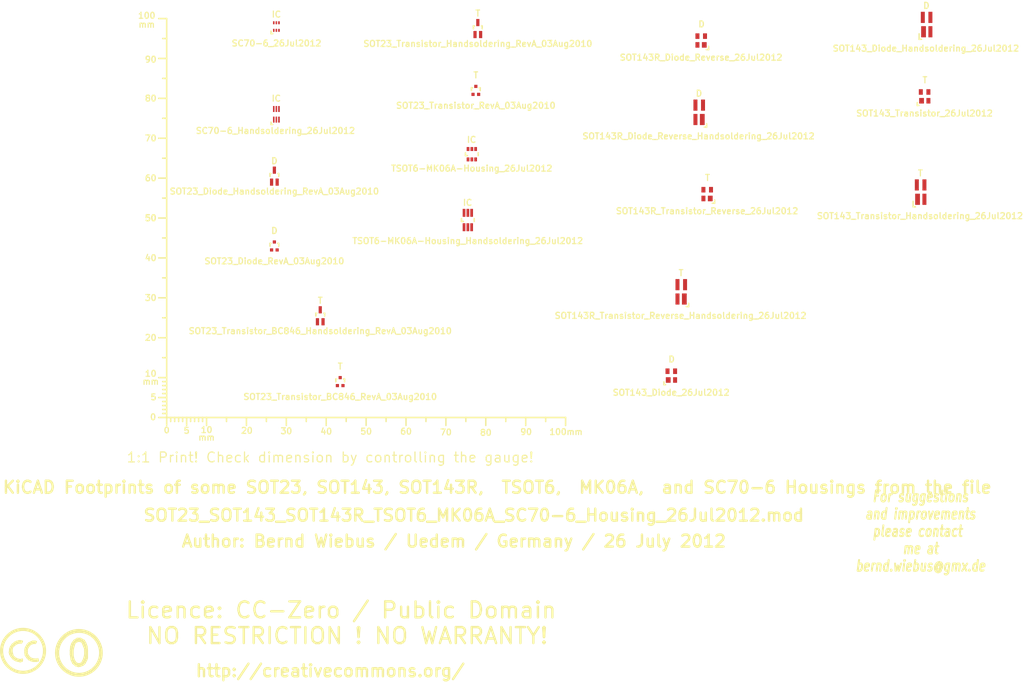
<source format=kicad_pcb>
(kicad_pcb (version 3) (host pcbnew "(2013-03-30 BZR 4007)-stable")

  (general
    (links 0)
    (no_connects 0)
    (area -16.90696 25.78106 272.282586 197.1694)
    (thickness 1.6002)
    (drawings 7)
    (tracks 0)
    (zones 0)
    (modules 21)
    (nets 1)
  )

  (page A4)
  (layers
    (15 Vorderseite signal)
    (0 Rückseite signal)
    (16 B.Adhes user)
    (17 F.Adhes user)
    (18 B.Paste user)
    (19 F.Paste user)
    (20 B.SilkS user)
    (21 F.SilkS user)
    (22 B.Mask user)
    (23 F.Mask user)
    (24 Dwgs.User user)
    (25 Cmts.User user)
    (26 Eco1.User user)
    (27 Eco2.User user)
    (28 Edge.Cuts user)
  )

  (setup
    (last_trace_width 0.2032)
    (trace_clearance 0.254)
    (zone_clearance 0.508)
    (zone_45_only no)
    (trace_min 0.2032)
    (segment_width 0.381)
    (edge_width 0.381)
    (via_size 0.889)
    (via_drill 0.635)
    (via_min_size 0.889)
    (via_min_drill 0.508)
    (uvia_size 0.508)
    (uvia_drill 0.127)
    (uvias_allowed no)
    (uvia_min_size 0.508)
    (uvia_min_drill 0.127)
    (pcb_text_width 0.3048)
    (pcb_text_size 1.524 2.032)
    (mod_edge_width 0.381)
    (mod_text_size 1.524 1.524)
    (mod_text_width 0.3048)
    (pad_size 1.524 1.524)
    (pad_drill 0.8128)
    (pad_to_mask_clearance 0.254)
    (aux_axis_origin 0 0)
    (visible_elements 7FFFFFFF)
    (pcbplotparams
      (layerselection 3178497)
      (usegerberextensions true)
      (excludeedgelayer true)
      (linewidth 60)
      (plotframeref false)
      (viasonmask false)
      (mode 1)
      (useauxorigin false)
      (hpglpennumber 1)
      (hpglpenspeed 20)
      (hpglpendiameter 15)
      (hpglpenoverlay 0)
      (psnegative false)
      (psa4output false)
      (plotreference true)
      (plotvalue true)
      (plotothertext true)
      (plotinvisibletext false)
      (padsonsilk false)
      (subtractmaskfromsilk false)
      (outputformat 1)
      (mirror false)
      (drillshape 1)
      (scaleselection 1)
      (outputdirectory ""))
  )

  (net 0 "")

  (net_class Default "Dies ist die voreingestellte Netzklasse."
    (clearance 0.254)
    (trace_width 0.2032)
    (via_dia 0.889)
    (via_drill 0.635)
    (uvia_dia 0.508)
    (uvia_drill 0.127)
    (add_net "")
  )

  (module Gauge_100mm_Type2_SilkScreenTop_RevA_Date22Jun2010 (layer Vorderseite) (tedit 4D963937) (tstamp 4D88F07A)
    (at 57 129)
    (descr "Gauge, Massstab, 100mm, SilkScreenTop, Type 2,")
    (tags "Gauge, Massstab, 100mm, SilkScreenTop, Type 2,")
    (path Gauge_100mm_Type2_SilkScreenTop_RevA_Date22Jun2010)
    (fp_text reference MSC (at 4.0005 8.99922) (layer F.SilkS) hide
      (effects (font (size 1.524 1.524) (thickness 0.3048)))
    )
    (fp_text value Gauge_100mm_Type2_SilkScreenTop_RevA_Date22Jun2010 (at 45.9994 8.99922) (layer F.SilkS) hide
      (effects (font (size 1.524 1.524) (thickness 0.3048)))
    )
    (fp_text user mm (at 9.99998 5.00126) (layer F.SilkS)
      (effects (font (size 1.524 1.524) (thickness 0.3048)))
    )
    (fp_text user mm (at -4.0005 -8.99922) (layer F.SilkS)
      (effects (font (size 1.524 1.524) (thickness 0.3048)))
    )
    (fp_text user mm (at -5.00126 -98.5012) (layer F.SilkS)
      (effects (font (size 1.524 1.524) (thickness 0.3048)))
    )
    (fp_text user 10 (at 10.00506 3.0988) (layer F.SilkS)
      (effects (font (size 1.50114 1.50114) (thickness 0.29972)))
    )
    (fp_text user 0 (at 0.00508 3.19786) (layer F.SilkS)
      (effects (font (size 1.39954 1.50114) (thickness 0.29972)))
    )
    (fp_text user 5 (at 5.0038 3.29946) (layer F.SilkS)
      (effects (font (size 1.50114 1.50114) (thickness 0.29972)))
    )
    (fp_text user 20 (at 20.1041 3.29946) (layer F.SilkS)
      (effects (font (size 1.50114 1.50114) (thickness 0.29972)))
    )
    (fp_text user 30 (at 30.00502 3.39852) (layer F.SilkS)
      (effects (font (size 1.50114 1.50114) (thickness 0.29972)))
    )
    (fp_text user 40 (at 40.005 3.50012) (layer F.SilkS)
      (effects (font (size 1.50114 1.50114) (thickness 0.29972)))
    )
    (fp_text user 50 (at 50.00498 3.50012) (layer F.SilkS)
      (effects (font (size 1.50114 1.50114) (thickness 0.29972)))
    )
    (fp_text user 60 (at 60.00496 3.50012) (layer F.SilkS)
      (effects (font (size 1.50114 1.50114) (thickness 0.29972)))
    )
    (fp_text user 70 (at 70.00494 3.70078) (layer F.SilkS)
      (effects (font (size 1.50114 1.50114) (thickness 0.29972)))
    )
    (fp_text user 80 (at 80.00492 3.79984) (layer F.SilkS)
      (effects (font (size 1.50114 1.50114) (thickness 0.29972)))
    )
    (fp_text user 90 (at 90.1065 3.60172) (layer F.SilkS)
      (effects (font (size 1.50114 1.50114) (thickness 0.29972)))
    )
    (fp_text user 100mm (at 100.10648 3.60172) (layer F.SilkS)
      (effects (font (size 1.50114 1.50114) (thickness 0.29972)))
    )
    (fp_line (start 0 -8.99922) (end -1.00076 -8.99922) (layer F.SilkS) (width 0.381))
    (fp_line (start 0 -8.001) (end -1.00076 -8.001) (layer F.SilkS) (width 0.381))
    (fp_line (start 0 -7.00024) (end -1.00076 -7.00024) (layer F.SilkS) (width 0.381))
    (fp_line (start 0 -5.99948) (end -1.00076 -5.99948) (layer F.SilkS) (width 0.381))
    (fp_line (start 0 -4.0005) (end -1.00076 -4.0005) (layer F.SilkS) (width 0.381))
    (fp_line (start 0 -2.99974) (end -1.00076 -2.99974) (layer F.SilkS) (width 0.381))
    (fp_line (start 0 -1.99898) (end -1.00076 -1.99898) (layer F.SilkS) (width 0.381))
    (fp_line (start 0 -1.00076) (end -1.00076 -1.00076) (layer F.SilkS) (width 0.381))
    (fp_line (start 0 0) (end -1.99898 0) (layer F.SilkS) (width 0.381))
    (fp_line (start 0 -5.00126) (end -1.99898 -5.00126) (layer F.SilkS) (width 0.381))
    (fp_line (start 0 -9.99998) (end -1.99898 -9.99998) (layer F.SilkS) (width 0.381))
    (fp_line (start 0 -15.00124) (end -1.00076 -15.00124) (layer F.SilkS) (width 0.381))
    (fp_line (start 0 -19.99996) (end -1.99898 -19.99996) (layer F.SilkS) (width 0.381))
    (fp_line (start 0 -25.00122) (end -1.00076 -25.00122) (layer F.SilkS) (width 0.381))
    (fp_line (start 0 -29.99994) (end -1.99898 -29.99994) (layer F.SilkS) (width 0.381))
    (fp_line (start 0 -35.0012) (end -1.00076 -35.0012) (layer F.SilkS) (width 0.381))
    (fp_line (start 0 -39.99992) (end -1.99898 -39.99992) (layer F.SilkS) (width 0.381))
    (fp_line (start 0 -45.00118) (end -1.00076 -45.00118) (layer F.SilkS) (width 0.381))
    (fp_line (start 0 -49.9999) (end -1.99898 -49.9999) (layer F.SilkS) (width 0.381))
    (fp_line (start 0 -55.00116) (end -1.00076 -55.00116) (layer F.SilkS) (width 0.381))
    (fp_line (start 0 -59.99988) (end -1.99898 -59.99988) (layer F.SilkS) (width 0.381))
    (fp_line (start 0 -65.00114) (end -1.00076 -65.00114) (layer F.SilkS) (width 0.381))
    (fp_line (start 0 -69.99986) (end -1.99898 -69.99986) (layer F.SilkS) (width 0.381))
    (fp_line (start 0 -75.00112) (end -1.00076 -75.00112) (layer F.SilkS) (width 0.381))
    (fp_line (start 0 -79.99984) (end -1.99898 -79.99984) (layer F.SilkS) (width 0.381))
    (fp_line (start 0 -85.0011) (end -1.00076 -85.0011) (layer F.SilkS) (width 0.381))
    (fp_line (start 0 -89.99982) (end -1.99898 -89.99982) (layer F.SilkS) (width 0.381))
    (fp_line (start 0 -95.00108) (end -1.00076 -95.00108) (layer F.SilkS) (width 0.381))
    (fp_line (start 0 0) (end 0 -99.9998) (layer F.SilkS) (width 0.381))
    (fp_line (start 0 -99.9998) (end -1.99898 -99.9998) (layer F.SilkS) (width 0.381))
    (fp_text user 100 (at -4.99872 -100.7491) (layer F.SilkS)
      (effects (font (size 1.50114 1.50114) (thickness 0.29972)))
    )
    (fp_text user 90 (at -4.0005 -89.7509) (layer F.SilkS)
      (effects (font (size 1.50114 1.50114) (thickness 0.29972)))
    )
    (fp_text user 80 (at -4.0005 -79.99984) (layer F.SilkS)
      (effects (font (size 1.50114 1.50114) (thickness 0.29972)))
    )
    (fp_text user 70 (at -4.0005 -69.99986) (layer F.SilkS)
      (effects (font (size 1.50114 1.50114) (thickness 0.29972)))
    )
    (fp_text user 60 (at -4.0005 -59.99988) (layer F.SilkS)
      (effects (font (size 1.50114 1.50114) (thickness 0.29972)))
    )
    (fp_text user 50 (at -4.0005 -49.9999) (layer F.SilkS)
      (effects (font (size 1.50114 1.50114) (thickness 0.34036)))
    )
    (fp_text user 40 (at -4.0005 -39.99992) (layer F.SilkS)
      (effects (font (size 1.50114 1.50114) (thickness 0.29972)))
    )
    (fp_text user 30 (at -4.0005 -29.99994) (layer F.SilkS)
      (effects (font (size 1.50114 1.50114) (thickness 0.29972)))
    )
    (fp_text user 20 (at -4.0005 -19.99996) (layer F.SilkS)
      (effects (font (size 1.50114 1.50114) (thickness 0.29972)))
    )
    (fp_line (start 95.00108 0) (end 95.00108 1.00076) (layer F.SilkS) (width 0.381))
    (fp_line (start 89.99982 0) (end 89.99982 1.99898) (layer F.SilkS) (width 0.381))
    (fp_line (start 85.0011 0) (end 85.0011 1.00076) (layer F.SilkS) (width 0.381))
    (fp_line (start 79.99984 0) (end 79.99984 1.99898) (layer F.SilkS) (width 0.381))
    (fp_line (start 75.00112 0) (end 75.00112 1.00076) (layer F.SilkS) (width 0.381))
    (fp_line (start 69.99986 0) (end 69.99986 1.99898) (layer F.SilkS) (width 0.381))
    (fp_line (start 65.00114 0) (end 65.00114 1.00076) (layer F.SilkS) (width 0.381))
    (fp_line (start 59.99988 0) (end 59.99988 1.99898) (layer F.SilkS) (width 0.381))
    (fp_line (start 55.00116 0) (end 55.00116 1.00076) (layer F.SilkS) (width 0.381))
    (fp_line (start 49.9999 0) (end 49.9999 1.99898) (layer F.SilkS) (width 0.381))
    (fp_line (start 45.00118 0) (end 45.00118 1.00076) (layer F.SilkS) (width 0.381))
    (fp_line (start 39.99992 0) (end 39.99992 1.99898) (layer F.SilkS) (width 0.381))
    (fp_line (start 35.0012 0) (end 35.0012 1.00076) (layer F.SilkS) (width 0.381))
    (fp_line (start 29.99994 0) (end 29.99994 1.99898) (layer F.SilkS) (width 0.381))
    (fp_line (start 25.00122 0) (end 25.00122 1.00076) (layer F.SilkS) (width 0.381))
    (fp_line (start 19.99996 0) (end 19.99996 1.99898) (layer F.SilkS) (width 0.381))
    (fp_line (start 15.00124 0) (end 15.00124 1.00076) (layer F.SilkS) (width 0.381))
    (fp_line (start 9.99998 0) (end 99.9998 0) (layer F.SilkS) (width 0.381))
    (fp_line (start 99.9998 0) (end 99.9998 1.99898) (layer F.SilkS) (width 0.381))
    (fp_text user 5 (at -3.302 -5.10286) (layer F.SilkS)
      (effects (font (size 1.50114 1.50114) (thickness 0.29972)))
    )
    (fp_text user 0 (at -3.4036 -0.10414) (layer F.SilkS)
      (effects (font (size 1.50114 1.50114) (thickness 0.29972)))
    )
    (fp_text user 10 (at -4.0005 -11.00074) (layer F.SilkS)
      (effects (font (size 1.50114 1.50114) (thickness 0.29972)))
    )
    (fp_line (start 8.99922 0) (end 8.99922 1.00076) (layer F.SilkS) (width 0.381))
    (fp_line (start 8.001 0) (end 8.001 1.00076) (layer F.SilkS) (width 0.381))
    (fp_line (start 7.00024 0) (end 7.00024 1.00076) (layer F.SilkS) (width 0.381))
    (fp_line (start 5.99948 0) (end 5.99948 1.00076) (layer F.SilkS) (width 0.381))
    (fp_line (start 4.0005 0) (end 4.0005 1.00076) (layer F.SilkS) (width 0.381))
    (fp_line (start 2.99974 0) (end 2.99974 1.00076) (layer F.SilkS) (width 0.381))
    (fp_line (start 1.99898 0) (end 1.99898 1.00076) (layer F.SilkS) (width 0.381))
    (fp_line (start 1.00076 0) (end 1.00076 1.00076) (layer F.SilkS) (width 0.381))
    (fp_line (start 5.00126 0) (end 5.00126 1.99898) (layer F.SilkS) (width 0.381))
    (fp_line (start 0 0) (end 0 1.99898) (layer F.SilkS) (width 0.381))
    (fp_line (start 0 0) (end 9.99998 0) (layer F.SilkS) (width 0.381))
    (fp_line (start 9.99998 0) (end 9.99998 1.99898) (layer F.SilkS) (width 0.381))
  )

  (module Symbol_CC-PublicDomain_SilkScreenTop_Big (layer Vorderseite) (tedit 515D641F) (tstamp 515F0B64)
    (at 35 188)
    (descr "Symbol, CC-PublicDomain, SilkScreen Top, Big,")
    (tags "Symbol, CC-PublicDomain, SilkScreen Top, Big,")
    (path Symbol_CC-Noncommercial_CopperTop_Big)
    (fp_text reference Sym (at 0.59944 -7.29996) (layer F.SilkS) hide
      (effects (font (size 1.524 1.524) (thickness 0.3048)))
    )
    (fp_text value Symbol_CC-PublicDomain_SilkScreenTop_Big (at 0.59944 8.001) (layer F.SilkS) hide
      (effects (font (size 1.524 1.524) (thickness 0.3048)))
    )
    (fp_circle (center 0 0) (end 5.8 -0.05) (layer F.SilkS) (width 0.381))
    (fp_circle (center 0 0) (end 5.5 0) (layer F.SilkS) (width 0.381))
    (fp_circle (center 0.05 0) (end 5.25 0) (layer F.SilkS) (width 0.381))
    (fp_line (start 1.1 -2.5) (end 1.4 -1.9) (layer F.SilkS) (width 0.381))
    (fp_line (start -1.8 1.2) (end -1.6 1.9) (layer F.SilkS) (width 0.381))
    (fp_line (start -1.6 1.9) (end -1.2 2.5) (layer F.SilkS) (width 0.381))
    (fp_line (start 0 -3) (end 0.75 -2.75) (layer F.SilkS) (width 0.381))
    (fp_line (start 0.75 -2.75) (end 1 -2.25) (layer F.SilkS) (width 0.381))
    (fp_line (start 1 -2.25) (end 1.5 -1) (layer F.SilkS) (width 0.381))
    (fp_line (start 1.5 -1) (end 1.5 -0.5) (layer F.SilkS) (width 0.381))
    (fp_line (start 1.5 -0.5) (end 1.5 0.5) (layer F.SilkS) (width 0.381))
    (fp_line (start 1.5 0.5) (end 1.25 1.5) (layer F.SilkS) (width 0.381))
    (fp_line (start 1.25 1.5) (end 0.75 2.5) (layer F.SilkS) (width 0.381))
    (fp_line (start 0.75 2.5) (end 0.25 2.75) (layer F.SilkS) (width 0.381))
    (fp_line (start 0.25 2.75) (end -0.25 2.75) (layer F.SilkS) (width 0.381))
    (fp_line (start -0.25 2.75) (end -0.75 2.5) (layer F.SilkS) (width 0.381))
    (fp_line (start -0.75 2.5) (end -1.25 1.75) (layer F.SilkS) (width 0.381))
    (fp_line (start -1.25 1.75) (end -1.5 0.75) (layer F.SilkS) (width 0.381))
    (fp_line (start -1.5 0.75) (end -1.5 -0.75) (layer F.SilkS) (width 0.381))
    (fp_line (start -1.5 -0.75) (end -1.25 -1.75) (layer F.SilkS) (width 0.381))
    (fp_line (start -1.25 -1.75) (end -1 -2.5) (layer F.SilkS) (width 0.381))
    (fp_line (start -1 -2.5) (end -0.3 -2.9) (layer F.SilkS) (width 0.381))
    (fp_line (start -0.3 -2.9) (end 0.2 -3) (layer F.SilkS) (width 0.381))
    (fp_line (start 0.2 -3) (end 0.8 -3) (layer F.SilkS) (width 0.381))
    (fp_line (start 0.8 -3) (end 1.4 -2.3) (layer F.SilkS) (width 0.381))
    (fp_line (start 1.4 -2.3) (end 1.6 -1.4) (layer F.SilkS) (width 0.381))
    (fp_line (start 1.6 -1.4) (end 1.7 -0.3) (layer F.SilkS) (width 0.381))
    (fp_line (start 1.7 -0.3) (end 1.7 0.9) (layer F.SilkS) (width 0.381))
    (fp_line (start 1.7 0.9) (end 1.4 1.8) (layer F.SilkS) (width 0.381))
    (fp_line (start 1.4 1.8) (end 1 2.7) (layer F.SilkS) (width 0.381))
    (fp_line (start 1 2.7) (end 0.5 3) (layer F.SilkS) (width 0.381))
    (fp_line (start 0.5 3) (end -0.4 3) (layer F.SilkS) (width 0.381))
    (fp_line (start -0.4 3) (end -1.3 2.3) (layer F.SilkS) (width 0.381))
    (fp_line (start -1.3 2.3) (end -1.7 1) (layer F.SilkS) (width 0.381))
    (fp_line (start -1.7 1) (end -1.8 -0.7) (layer F.SilkS) (width 0.381))
    (fp_line (start -1.8 -0.7) (end -1.4 -2.2) (layer F.SilkS) (width 0.381))
    (fp_line (start -1.4 -2.2) (end -1 -2.9) (layer F.SilkS) (width 0.381))
    (fp_line (start -1 -2.9) (end -0.2 -3.3) (layer F.SilkS) (width 0.381))
    (fp_line (start -0.2 -3.3) (end 0.7 -3.2) (layer F.SilkS) (width 0.381))
    (fp_line (start 0.7 -3.2) (end 1.3 -3.1) (layer F.SilkS) (width 0.381))
    (fp_line (start 1.3 -3.1) (end 1.7 -2.4) (layer F.SilkS) (width 0.381))
    (fp_line (start 1.7 -2.4) (end 2 -1.6) (layer F.SilkS) (width 0.381))
    (fp_line (start 2 -1.6) (end 2.1 -0.6) (layer F.SilkS) (width 0.381))
    (fp_line (start 2.1 -0.6) (end 2.1 0.3) (layer F.SilkS) (width 0.381))
    (fp_line (start 2.1 0.3) (end 2.1 1.3) (layer F.SilkS) (width 0.381))
    (fp_line (start 2.1 1.3) (end 1.9 1.8) (layer F.SilkS) (width 0.381))
    (fp_line (start 1.9 1.8) (end 1.5 2.6) (layer F.SilkS) (width 0.381))
    (fp_line (start 1.5 2.6) (end 1.1 3) (layer F.SilkS) (width 0.381))
    (fp_line (start 1.1 3) (end 0.4 3.3) (layer F.SilkS) (width 0.381))
    (fp_line (start 0.4 3.3) (end -0.1 3.4) (layer F.SilkS) (width 0.381))
    (fp_line (start -0.1 3.4) (end -0.8 3.2) (layer F.SilkS) (width 0.381))
    (fp_line (start -0.8 3.2) (end -1.5 2.6) (layer F.SilkS) (width 0.381))
    (fp_line (start -1.5 2.6) (end -1.9 1.7) (layer F.SilkS) (width 0.381))
    (fp_line (start -1.9 1.7) (end -2.1 0.4) (layer F.SilkS) (width 0.381))
    (fp_line (start -2.1 0.4) (end -2.1 -0.6) (layer F.SilkS) (width 0.381))
    (fp_line (start -2.1 -0.6) (end -2 -1.6) (layer F.SilkS) (width 0.381))
    (fp_line (start -2 -1.6) (end -1.7 -2.4) (layer F.SilkS) (width 0.381))
    (fp_line (start -1.7 -2.4) (end -1.2 -3.1) (layer F.SilkS) (width 0.381))
    (fp_line (start -1.2 -3.1) (end -0.4 -3.6) (layer F.SilkS) (width 0.381))
    (fp_line (start -0.4 -3.6) (end 0.4 -3.6) (layer F.SilkS) (width 0.381))
    (fp_line (start 0.4 -3.6) (end 1.1 -3.2) (layer F.SilkS) (width 0.381))
    (fp_line (start 1.1 -3.2) (end 1.1 -2.9) (layer F.SilkS) (width 0.381))
    (fp_line (start 1.1 -2.9) (end 1.8 -1.5) (layer F.SilkS) (width 0.381))
    (fp_line (start 1.8 -1.5) (end 1.8 -0.4) (layer F.SilkS) (width 0.381))
    (fp_line (start 1.8 -0.4) (end 1.8 1.1) (layer F.SilkS) (width 0.381))
    (fp_line (start 1.8 1.1) (end 1.2 2.6) (layer F.SilkS) (width 0.381))
    (fp_line (start 1.2 2.6) (end 0.2 3.2) (layer F.SilkS) (width 0.381))
    (fp_line (start 0.2 3.2) (end -0.5 3.2) (layer F.SilkS) (width 0.381))
    (fp_line (start -0.5 3.2) (end -1.1 2.7) (layer F.SilkS) (width 0.381))
    (fp_line (start -1.1 2.7) (end -1.9 0.6) (layer F.SilkS) (width 0.381))
    (fp_line (start -1.9 0.6) (end -1.7 -1.9) (layer F.SilkS) (width 0.381))
  )

  (module Symbol_CreativeCommons_SilkScreenTop_Type2_Big (layer Vorderseite) (tedit 515D640C) (tstamp 515F46B2)
    (at 21 187.5)
    (descr "Symbol, Creative Commons, SilkScreen Top, Type 2, Big,")
    (tags "Symbol, Creative Commons, SilkScreen Top, Type 2, Big,")
    (path Symbol_CreativeCommons_CopperTop_Type2_Big)
    (fp_text reference Sym (at 0.59944 -7.29996) (layer F.SilkS) hide
      (effects (font (size 1.524 1.524) (thickness 0.3048)))
    )
    (fp_text value Symbol_CreativeCommons_Typ2_SilkScreenTop_Big (at 0.59944 8.001) (layer F.SilkS) hide
      (effects (font (size 1.524 1.524) (thickness 0.3048)))
    )
    (fp_line (start -0.70104 2.70002) (end -0.29972 2.60096) (layer F.SilkS) (width 0.381))
    (fp_line (start -0.29972 2.60096) (end -0.20066 2.10058) (layer F.SilkS) (width 0.381))
    (fp_line (start -2.49936 -1.69926) (end -2.70002 -1.6002) (layer F.SilkS) (width 0.381))
    (fp_line (start -2.70002 -1.6002) (end -3.0988 -1.00076) (layer F.SilkS) (width 0.381))
    (fp_line (start -3.0988 -1.00076) (end -3.29946 -0.50038) (layer F.SilkS) (width 0.381))
    (fp_line (start -3.29946 -0.50038) (end -3.40106 0.39878) (layer F.SilkS) (width 0.381))
    (fp_line (start -3.40106 0.39878) (end -3.29946 0.89916) (layer F.SilkS) (width 0.381))
    (fp_line (start -0.19812 2.4003) (end -0.29718 2.59842) (layer F.SilkS) (width 0.381))
    (fp_line (start 3.70078 2.10058) (end 3.79984 2.4003) (layer F.SilkS) (width 0.381))
    (fp_line (start 2.99974 -2.4003) (end 3.29946 -2.30124) (layer F.SilkS) (width 0.381))
    (fp_line (start 3.29946 -2.30124) (end 3.0988 -1.99898) (layer F.SilkS) (width 0.381))
    (fp_line (start 0 -5.40004) (end -0.50038 -5.40004) (layer F.SilkS) (width 0.381))
    (fp_line (start -0.50038 -5.40004) (end -1.30048 -5.10032) (layer F.SilkS) (width 0.381))
    (fp_line (start -1.30048 -5.10032) (end -1.99898 -4.89966) (layer F.SilkS) (width 0.381))
    (fp_line (start -1.99898 -4.89966) (end -2.70002 -4.699) (layer F.SilkS) (width 0.381))
    (fp_line (start -2.70002 -4.699) (end -3.29946 -4.20116) (layer F.SilkS) (width 0.381))
    (fp_line (start -3.29946 -4.20116) (end -4.0005 -3.59918) (layer F.SilkS) (width 0.381))
    (fp_line (start -4.0005 -3.59918) (end -4.50088 -2.99974) (layer F.SilkS) (width 0.381))
    (fp_line (start -4.50088 -2.99974) (end -5.00126 -2.10058) (layer F.SilkS) (width 0.381))
    (fp_line (start -5.00126 -2.10058) (end -5.30098 -1.09982) (layer F.SilkS) (width 0.381))
    (fp_line (start -5.30098 -1.09982) (end -5.40004 0.09906) (layer F.SilkS) (width 0.381))
    (fp_line (start -5.40004 0.09906) (end -5.19938 1.30048) (layer F.SilkS) (width 0.381))
    (fp_line (start -5.19938 1.30048) (end -4.8006 2.4003) (layer F.SilkS) (width 0.381))
    (fp_line (start -4.8006 2.4003) (end -3.79984 3.8989) (layer F.SilkS) (width 0.381))
    (fp_line (start -3.79984 3.8989) (end -2.60096 4.8006) (layer F.SilkS) (width 0.381))
    (fp_line (start -2.60096 4.8006) (end -1.30048 5.30098) (layer F.SilkS) (width 0.381))
    (fp_line (start -1.30048 5.30098) (end 0.09906 5.30098) (layer F.SilkS) (width 0.381))
    (fp_line (start 0.09906 5.30098) (end 1.6002 5.19938) (layer F.SilkS) (width 0.381))
    (fp_line (start 1.6002 5.19938) (end 2.60096 4.699) (layer F.SilkS) (width 0.381))
    (fp_line (start 2.60096 4.699) (end 4.20116 3.40106) (layer F.SilkS) (width 0.381))
    (fp_line (start 4.20116 3.40106) (end 5.00126 1.80086) (layer F.SilkS) (width 0.381))
    (fp_line (start 5.00126 1.80086) (end 5.40004 0.29972) (layer F.SilkS) (width 0.381))
    (fp_line (start 5.40004 0.29972) (end 5.19938 -1.39954) (layer F.SilkS) (width 0.381))
    (fp_line (start 5.19938 -1.39954) (end 4.699 -2.49936) (layer F.SilkS) (width 0.381))
    (fp_line (start 4.699 -2.49936) (end 3.40106 -4.09956) (layer F.SilkS) (width 0.381))
    (fp_line (start 3.40106 -4.09956) (end 2.4003 -4.8006) (layer F.SilkS) (width 0.381))
    (fp_line (start 2.4003 -4.8006) (end 1.39954 -5.19938) (layer F.SilkS) (width 0.381))
    (fp_line (start 1.39954 -5.19938) (end 0 -5.30098) (layer F.SilkS) (width 0.381))
    (fp_line (start 0.60198 -0.70104) (end 0.50292 -0.20066) (layer F.SilkS) (width 0.381))
    (fp_line (start 0.50292 -0.20066) (end 0.50292 0.49784) (layer F.SilkS) (width 0.381))
    (fp_line (start 0.50292 0.49784) (end 0.60198 1.09982) (layer F.SilkS) (width 0.381))
    (fp_line (start 0.60198 1.09982) (end 1.00076 1.69926) (layer F.SilkS) (width 0.381))
    (fp_line (start 1.00076 1.69926) (end 1.50114 2.19964) (layer F.SilkS) (width 0.381))
    (fp_line (start 1.50114 2.19964) (end 2.10058 2.49936) (layer F.SilkS) (width 0.381))
    (fp_line (start 2.10058 2.49936) (end 2.60096 2.59842) (layer F.SilkS) (width 0.381))
    (fp_line (start 2.60096 2.59842) (end 3.00228 2.59842) (layer F.SilkS) (width 0.381))
    (fp_line (start 3.00228 2.59842) (end 3.40106 2.59842) (layer F.SilkS) (width 0.381))
    (fp_line (start 3.40106 2.59842) (end 3.80238 2.49936) (layer F.SilkS) (width 0.381))
    (fp_line (start 3.80238 2.49936) (end 3.70078 2.2987) (layer F.SilkS) (width 0.381))
    (fp_line (start 3.70078 2.2987) (end 2.80162 2.4003) (layer F.SilkS) (width 0.381))
    (fp_line (start 2.80162 2.4003) (end 1.80086 2.09804) (layer F.SilkS) (width 0.381))
    (fp_line (start 1.80086 2.09804) (end 1.20142 1.6002) (layer F.SilkS) (width 0.381))
    (fp_line (start 1.20142 1.6002) (end 0.80264 0.6985) (layer F.SilkS) (width 0.381))
    (fp_line (start 0.80264 0.6985) (end 0.70104 -0.29972) (layer F.SilkS) (width 0.381))
    (fp_line (start 0.70104 -0.29972) (end 1.00076 -1.00076) (layer F.SilkS) (width 0.381))
    (fp_line (start 1.00076 -1.00076) (end 1.60274 -1.7018) (layer F.SilkS) (width 0.381))
    (fp_line (start 1.60274 -1.7018) (end 2.30124 -2.10058) (layer F.SilkS) (width 0.381))
    (fp_line (start 2.30124 -2.10058) (end 3.00228 -2.10058) (layer F.SilkS) (width 0.381))
    (fp_line (start 3.00228 -2.10058) (end 3.10134 -1.89992) (layer F.SilkS) (width 0.381))
    (fp_line (start 3.10134 -1.89992) (end 2.5019 -1.89992) (layer F.SilkS) (width 0.381))
    (fp_line (start 2.5019 -1.89992) (end 1.80086 -1.6002) (layer F.SilkS) (width 0.381))
    (fp_line (start 1.80086 -1.6002) (end 1.30048 -1.00076) (layer F.SilkS) (width 0.381))
    (fp_line (start 1.30048 -1.00076) (end 1.00076 -0.40132) (layer F.SilkS) (width 0.381))
    (fp_line (start 1.00076 -0.40132) (end 1.00076 0.09906) (layer F.SilkS) (width 0.381))
    (fp_line (start 1.00076 0.09906) (end 1.00076 0.6985) (layer F.SilkS) (width 0.381))
    (fp_line (start 1.00076 0.6985) (end 1.30048 1.19888) (layer F.SilkS) (width 0.381))
    (fp_line (start 1.30048 1.19888) (end 1.7018 1.69926) (layer F.SilkS) (width 0.381))
    (fp_line (start 1.7018 1.69926) (end 2.30124 1.99898) (layer F.SilkS) (width 0.381))
    (fp_line (start 2.30124 1.99898) (end 2.90068 2.09804) (layer F.SilkS) (width 0.381))
    (fp_line (start 2.90068 2.09804) (end 3.40106 2.09804) (layer F.SilkS) (width 0.381))
    (fp_line (start 3.40106 2.09804) (end 3.70078 1.99898) (layer F.SilkS) (width 0.381))
    (fp_line (start 3.00228 -2.4003) (end 2.40284 -2.4003) (layer F.SilkS) (width 0.381))
    (fp_line (start 2.40284 -2.4003) (end 2.00152 -2.20218) (layer F.SilkS) (width 0.381))
    (fp_line (start 2.00152 -2.20218) (end 1.50114 -2.00152) (layer F.SilkS) (width 0.381))
    (fp_line (start 1.50114 -2.00152) (end 1.10236 -1.6002) (layer F.SilkS) (width 0.381))
    (fp_line (start 1.10236 -1.6002) (end 0.80264 -1.09982) (layer F.SilkS) (width 0.381))
    (fp_line (start 0.80264 -1.09982) (end 0.60198 -0.70104) (layer F.SilkS) (width 0.381))
    (fp_line (start -0.39878 -1.99898) (end -0.89916 -1.99898) (layer F.SilkS) (width 0.381))
    (fp_line (start -0.89916 -1.99898) (end -1.39954 -1.89738) (layer F.SilkS) (width 0.381))
    (fp_line (start -1.39954 -1.89738) (end -1.89992 -1.59766) (layer F.SilkS) (width 0.381))
    (fp_line (start -1.89992 -1.59766) (end -2.4003 -1.19888) (layer F.SilkS) (width 0.381))
    (fp_line (start -2.4003 -1.30048) (end -2.70002 -0.8001) (layer F.SilkS) (width 0.381))
    (fp_line (start -2.70002 -0.8001) (end -2.79908 -0.29972) (layer F.SilkS) (width 0.381))
    (fp_line (start -2.79908 -0.29972) (end -2.79908 0.20066) (layer F.SilkS) (width 0.381))
    (fp_line (start -2.79908 0.20066) (end -2.59842 1.00076) (layer F.SilkS) (width 0.381))
    (fp_line (start -2.69748 1.00076) (end -2.39776 1.39954) (layer F.SilkS) (width 0.381))
    (fp_line (start -2.29616 1.4986) (end -1.79578 1.89992) (layer F.SilkS) (width 0.381))
    (fp_line (start -1.79578 1.89992) (end -1.29794 2.09804) (layer F.SilkS) (width 0.381))
    (fp_line (start -1.29794 2.09804) (end -0.89662 2.19964) (layer F.SilkS) (width 0.381))
    (fp_line (start -0.89662 2.19964) (end -0.49784 2.19964) (layer F.SilkS) (width 0.381))
    (fp_line (start -0.49784 2.19964) (end -0.19812 2.09804) (layer F.SilkS) (width 0.381))
    (fp_line (start -0.19812 2.09804) (end -0.29718 2.4003) (layer F.SilkS) (width 0.381))
    (fp_line (start -0.29718 2.4003) (end -0.89662 2.49936) (layer F.SilkS) (width 0.381))
    (fp_line (start -0.89662 2.49936) (end -1.59766 2.2987) (layer F.SilkS) (width 0.381))
    (fp_line (start -1.59766 2.2987) (end -2.29616 1.79832) (layer F.SilkS) (width 0.381))
    (fp_line (start -2.29616 1.79832) (end -2.79654 1.29794) (layer F.SilkS) (width 0.381))
    (fp_line (start -2.79908 1.39954) (end -2.99974 0.70104) (layer F.SilkS) (width 0.381))
    (fp_line (start -2.99974 0.70104) (end -3.0988 0) (layer F.SilkS) (width 0.381))
    (fp_line (start -3.0988 0) (end -2.99974 -0.59944) (layer F.SilkS) (width 0.381))
    (fp_line (start -2.99974 -0.8001) (end -2.70002 -1.30048) (layer F.SilkS) (width 0.381))
    (fp_line (start -2.70002 -1.09982) (end -2.19964 -1.6002) (layer F.SilkS) (width 0.381))
    (fp_line (start -2.19964 -1.69926) (end -1.69926 -1.99898) (layer F.SilkS) (width 0.381))
    (fp_line (start -1.69926 -1.99898) (end -1.19888 -2.19964) (layer F.SilkS) (width 0.381))
    (fp_line (start -1.19888 -2.19964) (end -0.6985 -2.19964) (layer F.SilkS) (width 0.381))
    (fp_line (start -0.6985 -2.19964) (end -0.29972 -2.19964) (layer F.SilkS) (width 0.381))
    (fp_line (start -0.29972 -2.19964) (end -0.20066 -2.39776) (layer F.SilkS) (width 0.381))
    (fp_line (start -0.20066 -2.39776) (end -0.59944 -2.49936) (layer F.SilkS) (width 0.381))
    (fp_line (start -0.59944 -2.49936) (end -1.00076 -2.49936) (layer F.SilkS) (width 0.381))
    (fp_line (start -1.00076 -2.49936) (end -1.4986 -2.39776) (layer F.SilkS) (width 0.381))
    (fp_line (start -1.4986 -2.39776) (end -2.10058 -2.09804) (layer F.SilkS) (width 0.381))
    (fp_line (start -2.10058 -2.09804) (end -2.59842 -1.69926) (layer F.SilkS) (width 0.381))
    (fp_line (start -2.59842 -1.6002) (end -3.0988 -0.89916) (layer F.SilkS) (width 0.381))
    (fp_line (start -3.0988 -0.89916) (end -3.29946 -0.29972) (layer F.SilkS) (width 0.381))
    (fp_line (start -3.29946 -0.29972) (end -3.29946 0.40132) (layer F.SilkS) (width 0.381))
    (fp_line (start -3.29946 0.40132) (end -3.2004 1.00076) (layer F.SilkS) (width 0.381))
    (fp_line (start -3.29946 0.8001) (end -2.99974 1.39954) (layer F.SilkS) (width 0.381))
    (fp_line (start -2.89814 1.4986) (end -2.49682 1.99898) (layer F.SilkS) (width 0.381))
    (fp_line (start -2.49682 1.99898) (end -1.89738 2.4003) (layer F.SilkS) (width 0.381))
    (fp_line (start -1.89738 2.4003) (end -1.19634 2.59842) (layer F.SilkS) (width 0.381))
    (fp_line (start -1.19634 2.59842) (end -0.69596 2.70002) (layer F.SilkS) (width 0.381))
    (fp_line (start -2.9972 1.19888) (end -2.59842 1.19888) (layer F.SilkS) (width 0.381))
    (fp_circle (center 0 0) (end 5.08 1.016) (layer F.SilkS) (width 0.381))
    (fp_circle (center 0 0) (end 5.588 0) (layer F.SilkS) (width 0.381))
  )

  (module SC70-6_26Jul2012 (layer Vorderseite) (tedit 51B01E50) (tstamp 51B01D9E)
    (at 84.5 31)
    (descr SC70-6,)
    (tags SC70-6,)
    (path SC70-6_26Jul2012)
    (attr smd)
    (fp_text reference IC (at 0.01016 -3.05054) (layer F.SilkS)
      (effects (font (size 1.524 1.524) (thickness 0.3048)))
    )
    (fp_text value SC70-6_26Jul2012 (at 0.04064 4.191) (layer F.SilkS)
      (effects (font (size 1.524 1.524) (thickness 0.3048)))
    )
    (fp_line (start -1.33096 1.16078) (end -1.33096 1.77038) (layer F.SilkS) (width 0.381))
    (fp_line (start -1.33096 1.77038) (end -0.89916 1.78054) (layer F.SilkS) (width 0.381))
    (pad 1 smd rect (at -0.65024 0.94996) (size 0.39878 0.7493)
      (layers Vorderseite F.Paste F.Mask)
    )
    (pad 2 smd rect (at 0 0.94996) (size 0.39878 0.7493)
      (layers Vorderseite F.Paste F.Mask)
    )
    (pad 3 smd rect (at 0.65024 0.94996) (size 0.39878 0.7493)
      (layers Vorderseite F.Paste F.Mask)
    )
    (pad 4 smd rect (at 0.65024 -0.94996) (size 0.39878 0.7493)
      (layers Vorderseite F.Paste F.Mask)
    )
    (pad 5 smd rect (at 0 -0.94996) (size 0.39878 0.7493)
      (layers Vorderseite F.Paste F.Mask)
    )
    (pad 6 smd rect (at -0.65024 -0.94996) (size 0.39878 0.7493)
      (layers Vorderseite F.Paste F.Mask)
    )
  )

  (module SC70-6_Handsoldering_26Jul2012 (layer Vorderseite) (tedit 51B01E58) (tstamp 51B01DE1)
    (at 84.5 53)
    (descr "SC70-6, Handsoldering,")
    (tags "SC70-6, Handsoldering,")
    (attr smd)
    (fp_text reference IC (at -0.02032 -3.98018) (layer F.SilkS)
      (effects (font (size 1.524 1.524) (thickness 0.3048)))
    )
    (fp_text value SC70-6_Handsoldering_26Jul2012 (at -0.23876 4.11988) (layer F.SilkS)
      (effects (font (size 1.524 1.524) (thickness 0.3048)))
    )
    (fp_line (start -1.3208 1.97866) (end -1.3208 2.54762) (layer F.SilkS) (width 0.381))
    (fp_line (start -1.3208 2.54762) (end -0.90932 2.54762) (layer F.SilkS) (width 0.381))
    (pad 1 smd rect (at -0.65024 1.33096) (size 0.39878 1.50114)
      (layers Vorderseite F.Paste F.Mask)
    )
    (pad 2 smd rect (at 0 1.33096) (size 0.39878 1.50114)
      (layers Vorderseite F.Paste F.Mask)
    )
    (pad 3 smd rect (at 0.65024 1.33096) (size 0.39878 1.50114)
      (layers Vorderseite F.Paste F.Mask)
    )
    (pad 4 smd rect (at 0.65024 -1.33096) (size 0.39878 1.50114)
      (layers Vorderseite F.Paste F.Mask)
    )
    (pad 5 smd rect (at 0 -1.33096) (size 0.39878 1.50114)
      (layers Vorderseite F.Paste F.Mask)
    )
    (pad 6 smd rect (at -0.65024 -1.33096) (size 0.39878 1.50114)
      (layers Vorderseite F.Paste F.Mask)
    )
  )

  (module SOT23_Diode_Handsoldering_RevA_03Aug2010 (layer Vorderseite) (tedit 4C5850D0) (tstamp 51B01E45)
    (at 84 68.5)
    (descr "SOT23,  Diode, Handsoldering,")
    (tags "SOT23,  Diode, Handsoldering,")
    (fp_text reference D (at 0 -3.81) (layer F.SilkS)
      (effects (font (size 1.524 1.524) (thickness 0.3048)))
    )
    (fp_text value SOT23_Diode_Handsoldering_RevA_03Aug2010 (at 0 3.81) (layer F.SilkS)
      (effects (font (size 1.524 1.524) (thickness 0.3048)))
    )
    (fp_line (start -1.09982 0.0508) (end -1.09982 -0.65024) (layer F.SilkS) (width 0.381))
    (fp_line (start -1.09982 -0.65024) (end -0.8509 -0.65024) (layer F.SilkS) (width 0.381))
    (fp_line (start 0.89916 -0.65024) (end 1.09982 -0.65024) (layer F.SilkS) (width 0.381))
    (fp_line (start 1.09982 -0.65024) (end 1.09982 0.0508) (layer F.SilkS) (width 0.381))
    (pad 1 smd rect (at -0.70104 1.50114) (size 0.8001 1.80086)
      (layers Vorderseite F.Paste F.Mask)
    )
    (pad 2 smd rect (at 0.70104 1.50114) (size 0.8001 1.80086)
      (layers Vorderseite F.Paste F.Mask)
    )
    (pad 3 smd rect (at 0 -1.50114) (size 0.8001 1.80086)
      (layers Vorderseite F.Paste F.Mask)
    )
  )

  (module SOT23_Diode_RevA_03Aug2010 (layer Vorderseite) (tedit 4C584F8F) (tstamp 51B01E91)
    (at 84 86)
    (descr "SOT23, Standard, Diode,")
    (tags "SOT23, Standard, Diode,")
    (fp_text reference D (at 0 -3.81) (layer F.SilkS)
      (effects (font (size 1.524 1.524) (thickness 0.3048)))
    )
    (fp_text value SOT23_Diode_RevA_03Aug2010 (at 0 3.81) (layer F.SilkS)
      (effects (font (size 1.524 1.524) (thickness 0.3048)))
    )
    (fp_line (start 0.89916 -0.65024) (end 0.8509 -0.65024) (layer F.SilkS) (width 0.381))
    (fp_line (start -1.09982 0.0508) (end -1.09982 -0.65024) (layer F.SilkS) (width 0.381))
    (fp_line (start -1.09982 -0.65024) (end -0.8509 -0.65024) (layer F.SilkS) (width 0.381))
    (fp_line (start 0.89916 -0.65024) (end 1.09982 -0.65024) (layer F.SilkS) (width 0.381))
    (fp_line (start 1.09982 -0.65024) (end 1.09982 0.0508) (layer F.SilkS) (width 0.381))
    (pad 1 smd rect (at -0.70104 1.00076) (size 0.8001 0.8001)
      (layers Vorderseite F.Paste F.Mask)
    )
    (pad 2 smd rect (at 0.70104 1.00076) (size 0.8001 0.8001)
      (layers Vorderseite F.Paste F.Mask)
    )
    (pad 3 smd rect (at 0 -0.99822) (size 0.8001 0.8001)
      (layers Vorderseite F.Paste F.Mask)
    )
  )

  (module SOT23_Transistor_BC846_Handsoldering_RevA_03Aug2010 (layer Vorderseite) (tedit 51B01E69) (tstamp 51B01EFB)
    (at 95.5 103.5)
    (descr "SOT23,  Transistor, Handsoldering, BC846,")
    (tags "SOT23,  Transistor, Handsoldering, BC846,")
    (path SOT23_Transistor_BC846_Handsoldering_RevA_03Aug2010)
    (attr smd)
    (fp_text reference T (at 0 -3.81) (layer F.SilkS)
      (effects (font (size 1.524 1.524) (thickness 0.3048)))
    )
    (fp_text value SOT23_Transistor_BC846_Handsoldering_RevA_03Aug2010 (at 0 3.81) (layer F.SilkS)
      (effects (font (size 1.524 1.524) (thickness 0.3048)))
    )
    (fp_line (start -1.09982 0.0508) (end -1.09982 -0.65024) (layer F.SilkS) (width 0.381))
    (fp_line (start -1.09982 -0.65024) (end -0.8509 -0.65024) (layer F.SilkS) (width 0.381))
    (fp_line (start 0.89916 -0.65024) (end 1.09982 -0.65024) (layer F.SilkS) (width 0.381))
    (fp_line (start 1.09982 -0.65024) (end 1.09982 0.0508) (layer F.SilkS) (width 0.381))
    (pad B smd rect (at -0.70104 1.50114) (size 0.8001 1.80086)
      (layers Vorderseite F.Paste F.Mask)
    )
    (pad E smd rect (at 0.70104 1.50114) (size 0.8001 1.80086)
      (layers Vorderseite F.Paste F.Mask)
    )
    (pad C smd rect (at 0 -1.50114) (size 0.8001 1.80086)
      (layers Vorderseite F.Paste F.Mask)
    )
  )

  (module SOT23_Transistor_BC846_RevA_03Aug2010 (layer Vorderseite) (tedit 51B01E8A) (tstamp 51B01F50)
    (at 100.5 120)
    (descr "SOT23, Standard, Transistor, BC846,")
    (tags "SOT23, Standard, Transistor, BC846,")
    (attr smd)
    (fp_text reference T (at 0 -3.81) (layer F.SilkS)
      (effects (font (size 1.524 1.524) (thickness 0.3048)))
    )
    (fp_text value SOT23_Transistor_BC846_RevA_03Aug2010 (at 0 3.81) (layer F.SilkS)
      (effects (font (size 1.524 1.524) (thickness 0.3048)))
    )
    (fp_line (start 0.89916 -0.65024) (end 0.8509 -0.65024) (layer F.SilkS) (width 0.381))
    (fp_line (start -1.09982 0.0508) (end -1.09982 -0.65024) (layer F.SilkS) (width 0.381))
    (fp_line (start -1.09982 -0.65024) (end -0.8509 -0.65024) (layer F.SilkS) (width 0.381))
    (fp_line (start 0.89916 -0.65024) (end 1.09982 -0.65024) (layer F.SilkS) (width 0.381))
    (fp_line (start 1.09982 -0.65024) (end 1.09982 0.0508) (layer F.SilkS) (width 0.381))
    (pad B smd rect (at -0.70104 1.00076) (size 0.8001 0.8001)
      (layers Vorderseite F.Paste F.Mask)
    )
    (pad E smd rect (at 0.70104 1.00076) (size 0.8001 0.8001)
      (layers Vorderseite F.Paste F.Mask)
    )
    (pad C smd rect (at 0 -0.99822) (size 0.8001 0.8001)
      (layers Vorderseite F.Paste F.Mask)
    )
  )

  (module SOT23_Transistor_Handsoldering_RevA_03Aug2010 (layer Vorderseite) (tedit 51B01ECA) (tstamp 51B01FA5)
    (at 135 31.5)
    (descr "SOT23,  Transistor, Handsoldering,")
    (tags "SOT23,  Transistor, Handsoldering,")
    (attr smd)
    (fp_text reference T (at 0 -3.81) (layer F.SilkS)
      (effects (font (size 1.524 1.524) (thickness 0.3048)))
    )
    (fp_text value SOT23_Transistor_Handsoldering_RevA_03Aug2010 (at 0 3.81) (layer F.SilkS)
      (effects (font (size 1.524 1.524) (thickness 0.3048)))
    )
    (fp_line (start -1.09982 0.0508) (end -1.09982 -0.65024) (layer F.SilkS) (width 0.381))
    (fp_line (start -1.09982 -0.65024) (end -0.8509 -0.65024) (layer F.SilkS) (width 0.381))
    (fp_line (start 0.89916 -0.65024) (end 1.09982 -0.65024) (layer F.SilkS) (width 0.381))
    (fp_line (start 1.09982 -0.65024) (end 1.09982 0.0508) (layer F.SilkS) (width 0.381))
    (pad 1 smd rect (at -0.70104 1.50114) (size 0.8001 1.80086)
      (layers Vorderseite F.Paste F.Mask)
    )
    (pad 2 smd rect (at 0.70104 1.50114) (size 0.8001 1.80086)
      (layers Vorderseite F.Paste F.Mask)
    )
    (pad 3 smd rect (at 0 -1.50114) (size 0.8001 1.80086)
      (layers Vorderseite F.Paste F.Mask)
    )
  )

  (module SOT23_Transistor_RevA_03Aug2010 (layer Vorderseite) (tedit 51B01EC3) (tstamp 51B01FFA)
    (at 134.5 47)
    (descr "SOT23, Standard, Transistor,")
    (tags "SOT23, Standard, Transistor,")
    (attr smd)
    (fp_text reference T (at 0 -3.81) (layer F.SilkS)
      (effects (font (size 1.524 1.524) (thickness 0.3048)))
    )
    (fp_text value SOT23_Transistor_RevA_03Aug2010 (at 0 3.81) (layer F.SilkS)
      (effects (font (size 1.524 1.524) (thickness 0.3048)))
    )
    (fp_line (start 0.89916 -0.65024) (end 0.8509 -0.65024) (layer F.SilkS) (width 0.381))
    (fp_line (start -1.09982 0.0508) (end -1.09982 -0.65024) (layer F.SilkS) (width 0.381))
    (fp_line (start -1.09982 -0.65024) (end -0.8509 -0.65024) (layer F.SilkS) (width 0.381))
    (fp_line (start 0.89916 -0.65024) (end 1.09982 -0.65024) (layer F.SilkS) (width 0.381))
    (fp_line (start 1.09982 -0.65024) (end 1.09982 0.0508) (layer F.SilkS) (width 0.381))
    (pad 1 smd rect (at -0.70104 1.00076) (size 0.8001 0.8001)
      (layers Vorderseite F.Paste F.Mask)
    )
    (pad 2 smd rect (at 0.70104 1.00076) (size 0.8001 0.8001)
      (layers Vorderseite F.Paste F.Mask)
    )
    (pad 3 smd rect (at 0 -0.99822) (size 0.8001 0.8001)
      (layers Vorderseite F.Paste F.Mask)
    )
  )

  (module TSOT6-MK06A-Housing_26Jul2012 (layer Vorderseite) (tedit 51B01ED4) (tstamp 51B021BF)
    (at 133.5 63)
    (descr "TSOP-6 MK06A housing 6pin")
    (attr smd)
    (fp_text reference IC (at -0.07112 -3.62966) (layer F.SilkS)
      (effects (font (size 1.524 1.524) (thickness 0.3048)))
    )
    (fp_text value TSOT6-MK06A-Housing_26Jul2012 (at -0.02032 3.56108) (layer F.SilkS)
      (effects (font (size 1.524 1.524) (thickness 0.3048)))
    )
    (fp_line (start -0.50038 0.18034) (end 0.50038 0.18034) (layer F.Adhes) (width 0.381))
    (fp_line (start 0.50038 -0.18034) (end -0.50038 -0.18034) (layer F.Adhes) (width 0.381))
    (fp_circle (center -0.50038 0) (end -0.69088 0) (layer F.Adhes) (width 0.381))
    (fp_circle (center 0.50038 0) (end 0.69088 0) (layer F.Adhes) (width 0.381))
    (fp_line (start -1.6002 0.35052) (end -1.10998 0.35052) (layer F.SilkS) (width 0.381))
    (fp_line (start -1.6002 -0.35052) (end -1.6002 0.35052) (layer F.SilkS) (width 0.381))
    (fp_line (start 1.6002 -0.35052) (end 1.6002 0.35052) (layer F.SilkS) (width 0.381))
    (pad 1 smd rect (at -0.94996 1.30048) (size 0.69088 1.00076)
      (layers Vorderseite F.Paste F.Mask)
    )
    (pad 2 smd rect (at 0 1.30048) (size 0.69088 1.00076)
      (layers Vorderseite F.Paste F.Mask)
    )
    (pad 3 smd rect (at 0.94996 1.30048) (size 0.69088 1.00076)
      (layers Vorderseite F.Paste F.Mask)
    )
    (pad 4 smd rect (at 0.94996 -1.30048) (size 0.69088 1.00076)
      (layers Vorderseite F.Paste F.Mask)
    )
    (pad 5 smd rect (at 0 -1.30048) (size 0.69088 1.00076)
      (layers Vorderseite F.Paste F.Mask)
    )
    (pad 6 smd rect (at -0.94996 -1.30048) (size 0.69088 1.00076)
      (layers Vorderseite F.Paste F.Mask)
    )
  )

  (module TSOT6-MK06A-Housing_Handsoldering_26Jul2012 (layer Vorderseite) (tedit 51B01EAE) (tstamp 51B02214)
    (at 132.5 79.5)
    (descr "TSOP-6 MK06A housing 6pin")
    (attr smd)
    (fp_text reference IC (at -0.07112 -4.35102) (layer F.SilkS)
      (effects (font (size 1.524 1.524) (thickness 0.3048)))
    )
    (fp_text value TSOT6-MK06A-Housing_Handsoldering_26Jul2012 (at -0.03048 5.22986) (layer F.SilkS)
      (effects (font (size 1.524 1.524) (thickness 0.3048)))
    )
    (fp_line (start -1.6002 0.35052) (end -1.10998 0.35052) (layer F.SilkS) (width 0.381))
    (fp_line (start -1.6002 -0.35052) (end -1.6002 0.35052) (layer F.SilkS) (width 0.381))
    (fp_line (start 1.6002 -0.35052) (end 1.6002 0.35052) (layer F.SilkS) (width 0.381))
    (pad 1 smd rect (at -0.94996 1.80086) (size 0.69088 1.99898)
      (layers Vorderseite F.Paste F.Mask)
    )
    (pad 2 smd rect (at 0 1.80086) (size 0.69088 1.99898)
      (layers Vorderseite F.Paste F.Mask)
    )
    (pad 3 smd rect (at 0.94996 1.80086) (size 0.69088 1.99898)
      (layers Vorderseite F.Paste F.Mask)
    )
    (pad 4 smd rect (at 0.94996 -1.80086) (size 0.69088 1.99898)
      (layers Vorderseite F.Paste F.Mask)
    )
    (pad 5 smd rect (at 0 -1.80086) (size 0.69088 1.99898)
      (layers Vorderseite F.Paste F.Mask)
    )
    (pad 6 smd rect (at -0.94996 -1.80086) (size 0.69088 1.99898)
      (layers Vorderseite F.Paste F.Mask)
    )
  )

  (module SOT143R_Diode_Reverse_26Jul2012 (layer Vorderseite) (tedit 51B02578) (tstamp 51B02D8E)
    (at 191 34.5)
    (descr "SOT143R, Diode, Reverse")
    (tags "SOT143R, Diode, Reverse")
    (attr smd)
    (fp_text reference D (at 0.07874 -4.0894) (layer F.SilkS)
      (effects (font (size 1.524 1.524) (thickness 0.3048)))
    )
    (fp_text value SOT143R_Diode_Reverse_26Jul2012 (at -0.03048 4.24942) (layer F.SilkS)
      (effects (font (size 1.524 1.524) (thickness 0.3048)))
    )
    (fp_line (start 1.85928 1.46812) (end 1.85928 2.27838) (layer F.SilkS) (width 0.381))
    (fp_line (start 1.85928 2.27838) (end 1.28016 2.27838) (layer F.SilkS) (width 0.381))
    (pad 1 smd rect (at 0.76962 1.09982) (size 1.19888 1.39954)
      (layers Vorderseite F.Paste F.Mask)
    )
    (pad 2 smd rect (at -0.94996 1.09982) (size 1.00076 1.39954)
      (layers Vorderseite F.Paste F.Mask)
    )
    (pad 4 smd rect (at 0.94996 -1.09982) (size 1.00076 1.39954)
      (layers Vorderseite F.Paste F.Mask)
    )
    (pad 3 smd rect (at -0.94996 -1.09982) (size 1.00076 1.39954)
      (layers Vorderseite F.Paste F.Mask)
    )
  )

  (module SOT143R_Diode_Reverse_Handsoldering_26Jul2012 (layer Vorderseite) (tedit 51B0257E) (tstamp 51B02E6C)
    (at 190.5 52.5)
    (descr "SOT143R, Diode, Reverse, Handsoldering,")
    (tags "SOT143, Diode, Reverse, Handsoldering,")
    (attr smd)
    (fp_text reference D (at -0.06096 -4.72948) (layer F.SilkS)
      (effects (font (size 1.524 1.524) (thickness 0.3048)))
    )
    (fp_text value SOT143R_Diode_Reverse_Handsoldering_26Jul2012 (at -0.17018 5.97916) (layer F.SilkS)
      (effects (font (size 1.524 1.524) (thickness 0.3048)))
    )
    (fp_line (start 1.84912 2.88798) (end 1.84912 3.69824) (layer F.SilkS) (width 0.381))
    (fp_line (start 1.84912 3.69824) (end 1.27 3.69824) (layer F.SilkS) (width 0.381))
    (pad 1 smd rect (at 0.76962 1.80086) (size 1.19888 2.79908)
      (layers Vorderseite F.Paste F.Mask)
    )
    (pad 2 smd rect (at -0.94996 1.80086) (size 1.00076 2.79908)
      (layers Vorderseite F.Paste F.Mask)
    )
    (pad 4 smd rect (at 0.94996 -1.80086) (size 1.00076 2.79908)
      (layers Vorderseite F.Paste F.Mask)
    )
    (pad 3 smd trapezoid (at -0.94996 -1.80086) (size 1.00076 2.79908)
      (layers Vorderseite F.Paste F.Mask)
    )
  )

  (module SOT143R_Transistor_Reverse_26Jul2012 (layer Vorderseite) (tedit 51B02590) (tstamp 51B02F4A)
    (at 192.5 73)
    (descr "SOT143R, Transistor, Reverse")
    (tags "SOT143R, Transistor, Reverse")
    (attr smd)
    (fp_text reference T (at 0.07874 -4.0894) (layer F.SilkS)
      (effects (font (size 1.524 1.524) (thickness 0.3048)))
    )
    (fp_text value SOT143R_Transistor_Reverse_26Jul2012 (at -0.03048 4.24942) (layer F.SilkS)
      (effects (font (size 1.524 1.524) (thickness 0.3048)))
    )
    (fp_line (start 1.85928 1.46812) (end 1.85928 2.27838) (layer F.SilkS) (width 0.381))
    (fp_line (start 1.85928 2.27838) (end 1.28016 2.27838) (layer F.SilkS) (width 0.381))
    (pad 1 smd rect (at 0.76962 1.09982) (size 1.19888 1.39954)
      (layers Vorderseite F.Paste F.Mask)
    )
    (pad 2 smd rect (at -0.94996 1.09982) (size 1.00076 1.39954)
      (layers Vorderseite F.Paste F.Mask)
    )
    (pad 4 smd rect (at 0.94996 -1.09982) (size 1.00076 1.39954)
      (layers Vorderseite F.Paste F.Mask)
    )
    (pad 3 smd rect (at -0.94996 -1.09982) (size 1.00076 1.39954)
      (layers Vorderseite F.Paste F.Mask)
    )
  )

  (module SOT143R_Transistor_Reverse_Handsoldering_26Jul2012 (layer Vorderseite) (tedit 51B0259F) (tstamp 51B03028)
    (at 186 97.5)
    (descr "SOT143R, Transistor, Reverse, Handsoldering,")
    (tags "SOT143R, Transistor, Reverse, Handsoldering,")
    (attr smd)
    (fp_text reference T (at -0.06096 -4.72948) (layer F.SilkS)
      (effects (font (size 1.524 1.524) (thickness 0.3048)))
    )
    (fp_text value SOT143R_Transistor_Reverse_Handsoldering_26Jul2012 (at -0.17018 5.97916) (layer F.SilkS)
      (effects (font (size 1.524 1.524) (thickness 0.3048)))
    )
    (fp_line (start 1.84912 2.88798) (end 1.84912 3.69824) (layer F.SilkS) (width 0.381))
    (fp_line (start 1.84912 3.69824) (end 1.27 3.69824) (layer F.SilkS) (width 0.381))
    (pad 1 smd rect (at 0.76962 1.80086) (size 1.19888 2.79908)
      (layers Vorderseite F.Paste F.Mask)
    )
    (pad 2 smd rect (at -0.94996 1.80086) (size 1.00076 2.79908)
      (layers Vorderseite F.Paste F.Mask)
    )
    (pad 4 smd rect (at 0.94996 -1.80086) (size 1.00076 2.79908)
      (layers Vorderseite F.Paste F.Mask)
    )
    (pad 3 smd trapezoid (at -0.94996 -1.80086) (size 1.00076 2.79908)
      (layers Vorderseite F.Paste F.Mask)
    )
  )

  (module SOT143_Diode_26Jul2012 (layer Vorderseite) (tedit 51B025A9) (tstamp 51B03106)
    (at 183.5 118.5)
    (descr "SOT143, Diode,")
    (tags "SOT143, Diode,")
    (attr smd)
    (fp_text reference D (at 0.07874 -4.0894) (layer F.SilkS)
      (effects (font (size 1.524 1.524) (thickness 0.3048)))
    )
    (fp_text value SOT143_Diode_26Jul2012 (at -0.03048 4.24942) (layer F.SilkS)
      (effects (font (size 1.524 1.524) (thickness 0.3048)))
    )
    (fp_line (start -1.8415 1.56972) (end -1.8415 2.27838) (layer F.SilkS) (width 0.381))
    (fp_line (start -1.8415 2.27838) (end -1.44018 2.27838) (layer F.SilkS) (width 0.381))
    (pad 1 smd rect (at -0.76962 1.09982) (size 1.19888 1.39954)
      (layers Vorderseite F.Paste F.Mask)
    )
    (pad 2 smd rect (at 0.94996 1.09982) (size 1.00076 1.39954)
      (layers Vorderseite F.Paste F.Mask)
    )
    (pad 3 smd rect (at 0.94996 -1.09982) (size 1.00076 1.39954)
      (layers Vorderseite F.Paste F.Mask)
    )
    (pad 4 smd rect (at -0.94996 -1.09982) (size 1.00076 1.39954)
      (layers Vorderseite F.Paste F.Mask)
    )
  )

  (module SOT143_Diode_Handsoldering_26Jul2012 (layer Vorderseite) (tedit 51B02584) (tstamp 51B031E4)
    (at 247.5 30.5)
    (descr "SOT143, Diode, Handsoldering,")
    (tags "SOT143, Diode, Handsoldering,")
    (path SOT143R_Reverse_Handsoldering_26Jul2012)
    (attr smd)
    (fp_text reference D (at -0.06096 -4.72948) (layer F.SilkS)
      (effects (font (size 1.524 1.524) (thickness 0.3048)))
    )
    (fp_text value SOT143_Diode_Handsoldering_26Jul2012 (at -0.17018 5.97916) (layer F.SilkS)
      (effects (font (size 1.524 1.524) (thickness 0.3048)))
    )
    (fp_line (start -1.8796 2.31902) (end -1.8796 3.70078) (layer F.SilkS) (width 0.381))
    (fp_line (start -1.8796 3.70078) (end -1.29032 3.69062) (layer F.SilkS) (width 0.381))
    (pad 1 smd rect (at -0.76962 1.80086) (size 1.19888 2.79908)
      (layers Vorderseite F.Paste F.Mask)
    )
    (pad 2 smd rect (at 0.94996 1.80086) (size 1.00076 2.79908)
      (layers Vorderseite F.Paste F.Mask)
    )
    (pad 3 smd rect (at 0.94996 -1.80086) (size 1.00076 2.79908)
      (layers Vorderseite F.Paste F.Mask)
    )
    (pad 4 smd trapezoid (at -0.94996 -1.80086) (size 1.00076 2.79908)
      (layers Vorderseite F.Paste F.Mask)
    )
  )

  (module SOT143_Transistor_26Jul2012 (layer Vorderseite) (tedit 51B0258A) (tstamp 51B032C2)
    (at 247 48.5)
    (descr "SOT143, Transistor,")
    (tags "SOT143, Transistor,")
    (attr smd)
    (fp_text reference T (at 0.07874 -4.0894) (layer F.SilkS)
      (effects (font (size 1.524 1.524) (thickness 0.3048)))
    )
    (fp_text value SOT143_Transistor_26Jul2012 (at -0.03048 4.24942) (layer F.SilkS)
      (effects (font (size 1.524 1.524) (thickness 0.3048)))
    )
    (fp_line (start -1.8415 1.56972) (end -1.8415 2.27838) (layer F.SilkS) (width 0.381))
    (fp_line (start -1.8415 2.27838) (end -1.44018 2.27838) (layer F.SilkS) (width 0.381))
    (pad 1 smd rect (at -0.76962 1.09982) (size 1.19888 1.39954)
      (layers Vorderseite F.Paste F.Mask)
    )
    (pad 2 smd rect (at 0.94996 1.09982) (size 1.00076 1.39954)
      (layers Vorderseite F.Paste F.Mask)
    )
    (pad 3 smd rect (at 0.94996 -1.09982) (size 1.00076 1.39954)
      (layers Vorderseite F.Paste F.Mask)
    )
    (pad 4 smd rect (at -0.94996 -1.09982) (size 1.00076 1.39954)
      (layers Vorderseite F.Paste F.Mask)
    )
  )

  (module SOT143_Transistor_Handsoldering_26Jul2012 (layer Vorderseite) (tedit 51B02596) (tstamp 51B033A0)
    (at 246 72.5)
    (descr "SOT143, Transistor; Handsoldering,")
    (tags "SOT143, Transistor, Handsoldering,")
    (path SOT143R_Reverse_Handsoldering_26Jul2012)
    (attr smd)
    (fp_text reference T (at -0.06096 -4.72948) (layer F.SilkS)
      (effects (font (size 1.524 1.524) (thickness 0.3048)))
    )
    (fp_text value SOT143_Transistor_Handsoldering_26Jul2012 (at -0.17018 5.97916) (layer F.SilkS)
      (effects (font (size 1.524 1.524) (thickness 0.3048)))
    )
    (fp_line (start -1.8796 2.31902) (end -1.8796 3.70078) (layer F.SilkS) (width 0.381))
    (fp_line (start -1.8796 3.70078) (end -1.29032 3.69062) (layer F.SilkS) (width 0.381))
    (pad 1 smd rect (at -0.76962 1.80086) (size 1.19888 2.79908)
      (layers Vorderseite F.Paste F.Mask)
    )
    (pad 2 smd rect (at 0.94996 1.80086) (size 1.00076 2.79908)
      (layers Vorderseite F.Paste F.Mask)
    )
    (pad 3 smd rect (at 0.94996 -1.80086) (size 1.00076 2.79908)
      (layers Vorderseite F.Paste F.Mask)
    )
    (pad 4 smd trapezoid (at -0.94996 -1.80086) (size 1.00076 2.79908)
      (layers Vorderseite F.Paste F.Mask)
    )
  )

  (gr_text http://creativecommons.org/ (at 98 192.5) (layer F.SilkS)
    (effects (font (size 3 3) (thickness 0.6)))
  )
  (gr_text "For suggestions\nand improvements\nplease contact \nme at\nbernd.wiebus@gmx.de" (at 246 157.5) (layer F.SilkS)
    (effects (font (size 2.70002 1.99898) (thickness 0.50038) italic))
  )
  (gr_text "1:1 Print! Check dimension by controlling the gauge!" (at 98 139) (layer F.SilkS)
    (effects (font (size 2.49936 2.49936) (thickness 0.29972)))
  )
  (gr_text "Licence: CC-Zero / Public Domain \nNO RESTRICTION ! NO WARRANTY!" (at 102.2501 180.50064) (layer F.SilkS)
    (effects (font (size 4.0005 4.0005) (thickness 0.59944)))
  )
  (gr_text "Author: Bernd Wiebus / Uedem / Germany / 26 July 2012" (at 129 160) (layer F.SilkS)
    (effects (font (size 3 3) (thickness 0.59944)))
  )
  (gr_text SOT23_SOT143_SOT143R_TSOT6_MK06A_SC70-6_Housing_26Jul2012.mod (at 134 153.5) (layer F.SilkS)
    (effects (font (size 3 3) (thickness 0.59944)))
  )
  (gr_text "KiCAD Footprints of some SOT23, SOT143, SOT143R,  TSOT6,  MK06A,  and SC70-6 Housings from the file " (at 141 146.5) (layer F.SilkS)
    (effects (font (size 3 3) (thickness 0.59944)))
  )

)
</source>
